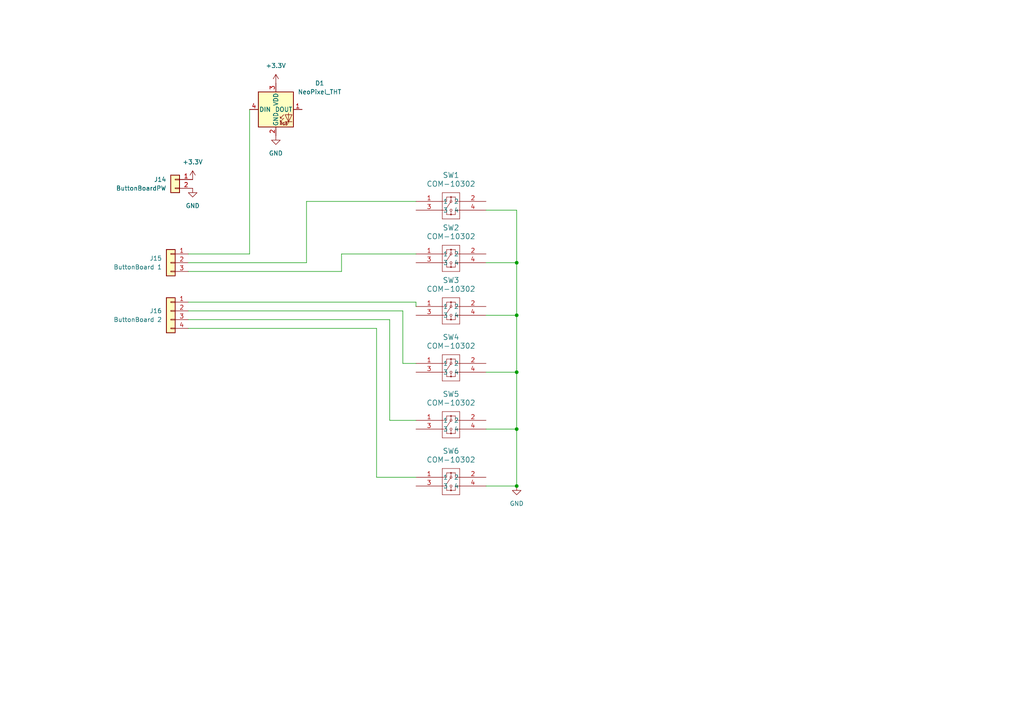
<source format=kicad_sch>
(kicad_sch (version 20230121) (generator eeschema)
  (paper "A4")
  (title_block (date "2023-11-02") (rev "V1.0") (company "EBIRP"))
  (lib_symbols
    (symbol "COM-10302:COM-10302" (pin_names (offset 0.254))
      (property "Reference" "SW6" (at 10.16 7.62 0))
      (property "Value" "COM-10302" (at 10.16 5.08 0))
      (symbol "COM-10302_0_1"
        (polyline (pts (xy 7.62 -5.08) (xy 12.7 -5.08)) (stroke (width 0.127)))
        (polyline (pts (xy 7.62 -2.54) (xy 8.89 -2.54)) (stroke (width 0.127)))
        (polyline (pts (xy 7.62 0) (xy 8.89 0)) (stroke (width 0.127)))
        (polyline (pts (xy 7.62 2.54) (xy 7.62 -5.08)) (stroke (width 0.127)))
        (polyline (pts (xy 8.89 -3.81) (xy 11.43 -3.81)) (stroke (width 0.127)))
        (polyline (pts (xy 8.89 -2.54) (xy 8.89 -3.81)) (stroke (width 0.127)))
        (polyline (pts (xy 8.89 0) (xy 8.89 1.27)) (stroke (width 0.127)))
        (polyline (pts (xy 8.89 1.27) (xy 11.43 1.27)) (stroke (width 0.127)))
        (polyline (pts (xy 10.16 -3.81) (xy 10.16 -2.8448)) (stroke (width 0.127)))
        (polyline (pts (xy 10.16 0) (xy 8.89 -1.905)) (stroke (width 0.127)))
        (polyline (pts (xy 10.16 1.27) (xy 10.16 0.3048)) (stroke (width 0.127)))
        (polyline (pts (xy 11.43 -3.81) (xy 11.43 -2.54)) (stroke (width 0.127)))
        (polyline (pts (xy 11.43 -2.54) (xy 12.7 -2.54)) (stroke (width 0.127)))
        (polyline (pts (xy 11.43 0) (xy 12.7 0)) (stroke (width 0.127)))
        (polyline (pts (xy 11.43 1.27) (xy 11.43 0)) (stroke (width 0.127)))
        (polyline (pts (xy 12.7 -5.08) (xy 12.7 2.54)) (stroke (width 0.127)))
        (polyline (pts (xy 12.7 2.54) (xy 7.62 2.54)) (stroke (width 0.127)))
        (circle (center 10.16 -3.81) (radius 0.127) (stroke (width 0.2032)))
        (circle (center 10.16 -2.54) (radius 0.3048) (stroke (width 0.127)))
        (circle (center 10.16 0) (radius 0.3048) (stroke (width 0.127)))
        (circle (center 10.16 1.27) (radius 0.127) (stroke (width 0.2032)))
        (pin unspecified line (at 0 0 0) (length 7.62) (name "1") (number "1"))
      )
      (symbol "COM-10302_1_1"
        (pin unspecified line (at 20.32 0 180) (length 7.62) (name "2") (number "2"))
        (pin unspecified line (at 0 -2.54 0) (length 7.62) (name "3") (number "3"))
        (pin unspecified line (at 20.32 -2.54 180) (length 7.62) (name "4") (number "4"))
      )
    )
    (symbol "COM-10302_1" (pin_names (offset 0.254))
      (property "Reference" "SW1" (at 10.16 7.62 0))
      (property "Value" "COM-10302" (at 10.16 5.08 0))
      (symbol "COM-10302_1_0_1"
        (polyline (pts (xy 7.62 -5.08) (xy 12.7 -5.08)) (stroke (width 0.127)))
        (polyline (pts (xy 7.62 -2.54) (xy 8.89 -2.54)) (stroke (width 0.127)))
        (polyline (pts (xy 7.62 0) (xy 8.89 0)) (stroke (width 0.127)))
        (polyline (pts (xy 7.62 2.54) (xy 7.62 -5.08)) (stroke (width 0.127)))
        (polyline (pts (xy 8.89 -3.81) (xy 11.43 -3.81)) (stroke (width 0.127)))
        (polyline (pts (xy 8.89 -2.54) (xy 8.89 -3.81)) (stroke (width 0.127)))
        (polyline (pts (xy 8.89 0) (xy 8.89 1.27)) (stroke (width 0.127)))
        (polyline (pts (xy 8.89 1.27) (xy 11.43 1.27)) (stroke (width 0.127)))
        (polyline (pts (xy 10.16 -3.81) (xy 10.16 -2.8448)) (stroke (width 0.127)))
        (polyline (pts (xy 10.16 0) (xy 8.89 -1.905)) (stroke (width 0.127)))
        (polyline (pts (xy 10.16 1.27) (xy 10.16 0.3048)) (stroke (width 0.127)))
        (polyline (pts (xy 11.43 -3.81) (xy 11.43 -2.54)) (stroke (width 0.127)))
        (polyline (pts (xy 11.43 -2.54) (xy 12.7 -2.54)) (stroke (width 0.127)))
        (polyline (pts (xy 11.43 0) (xy 12.7 0)) (stroke (width 0.127)))
        (polyline (pts (xy 11.43 1.27) (xy 11.43 0)) (stroke (width 0.127)))
        (polyline (pts (xy 12.7 -5.08) (xy 12.7 2.54)) (stroke (width 0.127)))
        (polyline (pts (xy 12.7 2.54) (xy 7.62 2.54)) (stroke (width 0.127)))
        (circle (center 10.16 -3.81) (radius 0.127) (stroke (width 0.2032)))
        (circle (center 10.16 -2.54) (radius 0.3048) (stroke (width 0.127)))
        (circle (center 10.16 0) (radius 0.3048) (stroke (width 0.127)))
        (circle (center 10.16 1.27) (radius 0.127) (stroke (width 0.2032)))
        (pin unspecified line (at 0 0 0) (length 7.62) (name "1") (number "1"))
      )
      (symbol "COM-10302_1_1_1"
        (pin unspecified line (at 20.32 0 180) (length 7.62) (name "2") (number "2"))
        (pin unspecified line (at 0 -2.54 0) (length 7.62) (name "3") (number "3"))
        (pin unspecified line (at 20.32 -2.54 180) (length 7.62) (name "4") (number "4"))
      )
    )
    (symbol "COM-10302_2" (pin_names (offset 0.254))
      (property "Reference" "SW2" (at 10.16 7.62 0))
      (property "Value" "COM-10302" (at 10.16 5.08 0))
      (symbol "COM-10302_2_0_1"
        (polyline (pts (xy 7.62 -5.08) (xy 12.7 -5.08)) (stroke (width 0.127)))
        (polyline (pts (xy 7.62 -2.54) (xy 8.89 -2.54)) (stroke (width 0.127)))
        (polyline (pts (xy 7.62 0) (xy 8.89 0)) (stroke (width 0.127)))
        (polyline (pts (xy 7.62 2.54) (xy 7.62 -5.08)) (stroke (width 0.127)))
        (polyline (pts (xy 8.89 -3.81) (xy 11.43 -3.81)) (stroke (width 0.127)))
        (polyline (pts (xy 8.89 -2.54) (xy 8.89 -3.81)) (stroke (width 0.127)))
        (polyline (pts (xy 8.89 0) (xy 8.89 1.27)) (stroke (width 0.127)))
        (polyline (pts (xy 8.89 1.27) (xy 11.43 1.27)) (stroke (width 0.127)))
        (polyline (pts (xy 10.16 -3.81) (xy 10.16 -2.8448)) (stroke (width 0.127)))
        (polyline (pts (xy 10.16 0) (xy 8.89 -1.905)) (stroke (width 0.127)))
        (polyline (pts (xy 10.16 1.27) (xy 10.16 0.3048)) (stroke (width 0.127)))
        (polyline (pts (xy 11.43 -3.81) (xy 11.43 -2.54)) (stroke (width 0.127)))
        (polyline (pts (xy 11.43 -2.54) (xy 12.7 -2.54)) (stroke (width 0.127)))
        (polyline (pts (xy 11.43 0) (xy 12.7 0)) (stroke (width 0.127)))
        (polyline (pts (xy 11.43 1.27) (xy 11.43 0)) (stroke (width 0.127)))
        (polyline (pts (xy 12.7 -5.08) (xy 12.7 2.54)) (stroke (width 0.127)))
        (polyline (pts (xy 12.7 2.54) (xy 7.62 2.54)) (stroke (width 0.127)))
        (circle (center 10.16 -3.81) (radius 0.127) (stroke (width 0.2032)))
        (circle (center 10.16 -2.54) (radius 0.3048) (stroke (width 0.127)))
        (circle (center 10.16 0) (radius 0.3048) (stroke (width 0.127)))
        (circle (center 10.16 1.27) (radius 0.127) (stroke (width 0.2032)))
        (pin unspecified line (at 0 0 0) (length 7.62) (name "1") (number "1"))
      )
      (symbol "COM-10302_2_1_1"
        (pin unspecified line (at 20.32 0 180) (length 7.62) (name "2") (number "2"))
        (pin unspecified line (at 0 -2.54 0) (length 7.62) (name "3") (number "3"))
        (pin unspecified line (at 20.32 -2.54 180) (length 7.62) (name "4") (number "4"))
      )
    )
    (symbol "COM-10302_3" (pin_names (offset 0.254))
      (property "Reference" "SW3" (at 10.16 7.62 0))
      (property "Value" "COM-10302" (at 10.16 5.08 0))
      (symbol "COM-10302_3_0_1"
        (polyline (pts (xy 7.62 -5.08) (xy 12.7 -5.08)) (stroke (width 0.127)))
        (polyline (pts (xy 7.62 -2.54) (xy 8.89 -2.54)) (stroke (width 0.127)))
        (polyline (pts (xy 7.62 0) (xy 8.89 0)) (stroke (width 0.127)))
        (polyline (pts (xy 7.62 2.54) (xy 7.62 -5.08)) (stroke (width 0.127)))
        (polyline (pts (xy 8.89 -3.81) (xy 11.43 -3.81)) (stroke (width 0.127)))
        (polyline (pts (xy 8.89 -2.54) (xy 8.89 -3.81)) (stroke (width 0.127)))
        (polyline (pts (xy 8.89 0) (xy 8.89 1.27)) (stroke (width 0.127)))
        (polyline (pts (xy 8.89 1.27) (xy 11.43 1.27)) (stroke (width 0.127)))
        (polyline (pts (xy 10.16 -3.81) (xy 10.16 -2.8448)) (stroke (width 0.127)))
        (polyline (pts (xy 10.16 0) (xy 8.89 -1.905)) (stroke (width 0.127)))
        (polyline (pts (xy 10.16 1.27) (xy 10.16 0.3048)) (stroke (width 0.127)))
        (polyline (pts (xy 11.43 -3.81) (xy 11.43 -2.54)) (stroke (width 0.127)))
        (polyline (pts (xy 11.43 -2.54) (xy 12.7 -2.54)) (stroke (width 0.127)))
        (polyline (pts (xy 11.43 0) (xy 12.7 0)) (stroke (width 0.127)))
        (polyline (pts (xy 11.43 1.27) (xy 11.43 0)) (stroke (width 0.127)))
        (polyline (pts (xy 12.7 -5.08) (xy 12.7 2.54)) (stroke (width 0.127)))
        (polyline (pts (xy 12.7 2.54) (xy 7.62 2.54)) (stroke (width 0.127)))
        (circle (center 10.16 -3.81) (radius 0.127) (stroke (width 0.2032)))
        (circle (center 10.16 -2.54) (radius 0.3048) (stroke (width 0.127)))
        (circle (center 10.16 0) (radius 0.3048) (stroke (width 0.127)))
        (circle (center 10.16 1.27) (radius 0.127) (stroke (width 0.2032)))
        (pin unspecified line (at 0 0 0) (length 7.62) (name "1") (number "1"))
      )
      (symbol "COM-10302_3_1_1"
        (pin unspecified line (at 20.32 0 180) (length 7.62) (name "2") (number "2"))
        (pin unspecified line (at 0 -2.54 0) (length 7.62) (name "3") (number "3"))
        (pin unspecified line (at 20.32 -2.54 180) (length 7.62) (name "4") (number "4"))
      )
    )
    (symbol "COM-10302_4" (pin_names (offset 0.254))
      (property "Reference" "SW4" (at 10.16 7.62 0))
      (property "Value" "COM-10302" (at 10.16 5.08 0))
      (symbol "COM-10302_4_0_1"
        (polyline (pts (xy 7.62 -5.08) (xy 12.7 -5.08)) (stroke (width 0.127)))
        (polyline (pts (xy 7.62 -2.54) (xy 8.89 -2.54)) (stroke (width 0.127)))
        (polyline (pts (xy 7.62 0) (xy 8.89 0)) (stroke (width 0.127)))
        (polyline (pts (xy 7.62 2.54) (xy 7.62 -5.08)) (stroke (width 0.127)))
        (polyline (pts (xy 8.89 -3.81) (xy 11.43 -3.81)) (stroke (width 0.127)))
        (polyline (pts (xy 8.89 -2.54) (xy 8.89 -3.81)) (stroke (width 0.127)))
        (polyline (pts (xy 8.89 0) (xy 8.89 1.27)) (stroke (width 0.127)))
        (polyline (pts (xy 8.89 1.27) (xy 11.43 1.27)) (stroke (width 0.127)))
        (polyline (pts (xy 10.16 -3.81) (xy 10.16 -2.8448)) (stroke (width 0.127)))
        (polyline (pts (xy 10.16 0) (xy 8.89 -1.905)) (stroke (width 0.127)))
        (polyline (pts (xy 10.16 1.27) (xy 10.16 0.3048)) (stroke (width 0.127)))
        (polyline (pts (xy 11.43 -3.81) (xy 11.43 -2.54)) (stroke (width 0.127)))
        (polyline (pts (xy 11.43 -2.54) (xy 12.7 -2.54)) (stroke (width 0.127)))
        (polyline (pts (xy 11.43 0) (xy 12.7 0)) (stroke (width 0.127)))
        (polyline (pts (xy 11.43 1.27) (xy 11.43 0)) (stroke (width 0.127)))
        (polyline (pts (xy 12.7 -5.08) (xy 12.7 2.54)) (stroke (width 0.127)))
        (polyline (pts (xy 12.7 2.54) (xy 7.62 2.54)) (stroke (width 0.127)))
        (circle (center 10.16 -3.81) (radius 0.127) (stroke (width 0.2032)))
        (circle (center 10.16 -2.54) (radius 0.3048) (stroke (width 0.127)))
        (circle (center 10.16 0) (radius 0.3048) (stroke (width 0.127)))
        (circle (center 10.16 1.27) (radius 0.127) (stroke (width 0.2032)))
        (pin unspecified line (at 0 0 0) (length 7.62) (name "1") (number "1"))
      )
      (symbol "COM-10302_4_1_1"
        (pin unspecified line (at 20.32 0 180) (length 7.62) (name "2") (number "2"))
        (pin unspecified line (at 0 -2.54 0) (length 7.62) (name "3") (number "3"))
        (pin unspecified line (at 20.32 -2.54 180) (length 7.62) (name "4") (number "4"))
      )
    )
    (symbol "COM-10302_5" (pin_names (offset 0.254))
      (property "Reference" "SW5" (at 10.16 7.62 0))
      (property "Value" "COM-10302" (at 10.16 5.08 0))
      (symbol "COM-10302_5_0_1"
        (polyline (pts (xy 7.62 -5.08) (xy 12.7 -5.08)) (stroke (width 0.127)))
        (polyline (pts (xy 7.62 -2.54) (xy 8.89 -2.54)) (stroke (width 0.127)))
        (polyline (pts (xy 7.62 0) (xy 8.89 0)) (stroke (width 0.127)))
        (polyline (pts (xy 7.62 2.54) (xy 7.62 -5.08)) (stroke (width 0.127)))
        (polyline (pts (xy 8.89 -3.81) (xy 11.43 -3.81)) (stroke (width 0.127)))
        (polyline (pts (xy 8.89 -2.54) (xy 8.89 -3.81)) (stroke (width 0.127)))
        (polyline (pts (xy 8.89 0) (xy 8.89 1.27)) (stroke (width 0.127)))
        (polyline (pts (xy 8.89 1.27) (xy 11.43 1.27)) (stroke (width 0.127)))
        (polyline (pts (xy 10.16 -3.81) (xy 10.16 -2.8448)) (stroke (width 0.127)))
        (polyline (pts (xy 10.16 0) (xy 8.89 -1.905)) (stroke (width 0.127)))
        (polyline (pts (xy 10.16 1.27) (xy 10.16 0.3048)) (stroke (width 0.127)))
        (polyline (pts (xy 11.43 -3.81) (xy 11.43 -2.54)) (stroke (width 0.127)))
        (polyline (pts (xy 11.43 -2.54) (xy 12.7 -2.54)) (stroke (width 0.127)))
        (polyline (pts (xy 11.43 0) (xy 12.7 0)) (stroke (width 0.127)))
        (polyline (pts (xy 11.43 1.27) (xy 11.43 0)) (stroke (width 0.127)))
        (polyline (pts (xy 12.7 -5.08) (xy 12.7 2.54)) (stroke (width 0.127)))
        (polyline (pts (xy 12.7 2.54) (xy 7.62 2.54)) (stroke (width 0.127)))
        (circle (center 10.16 -3.81) (radius 0.127) (stroke (width 0.2032)))
        (circle (center 10.16 -2.54) (radius 0.3048) (stroke (width 0.127)))
        (circle (center 10.16 0) (radius 0.3048) (stroke (width 0.127)))
        (circle (center 10.16 1.27) (radius 0.127) (stroke (width 0.2032)))
        (pin unspecified line (at 0 0 0) (length 7.62) (name "1") (number "1"))
      )
      (symbol "COM-10302_5_1_1"
        (pin unspecified line (at 20.32 0 180) (length 7.62) (name "2") (number "2"))
        (pin unspecified line (at 0 -2.54 0) (length 7.62) (name "3") (number "3"))
        (pin unspecified line (at 20.32 -2.54 180) (length 7.62) (name "4") (number "4"))
      )
    )
    (symbol "Connector_Generic:Conn_01x02" (pin_names (offset 1.016) hide)
      (property "Reference" "J" (at 0 2.54 0))
      (property "Value" "Conn_01x02" (at 0 -5.08 0))
      (symbol "Conn_01x02_1_1"
        (rectangle (start -1.27 -2.413) (end 0 -2.667) (stroke (width 0.1524)))
        (rectangle (start -1.27 0.127) (end 0 -0.127) (stroke (width 0.1524)))
        (rectangle (start -1.27 1.27) (end 1.27 -3.81) (stroke (width 0.254)) (fill (type background)))
        (pin passive line (at -5.08 0 0) (length 3.81) (name "Pin_1") (number "1"))
        (pin passive line (at -5.08 -2.54 0) (length 3.81) (name "Pin_2") (number "2"))
      )
    )
    (symbol "Connector_Generic:Conn_01x03" (pin_names (offset 1.016) hide)
      (property "Reference" "J" (at 0 5.08 0))
      (property "Value" "Conn_01x03" (at 0 -5.08 0))
      (symbol "Conn_01x03_1_1"
        (rectangle (start -1.27 -2.413) (end 0 -2.667) (stroke (width 0.1524)))
        (rectangle (start -1.27 0.127) (end 0 -0.127) (stroke (width 0.1524)))
        (rectangle (start -1.27 2.667) (end 0 2.413) (stroke (width 0.1524)))
        (rectangle (start -1.27 3.81) (end 1.27 -3.81) (stroke (width 0.254)) (fill (type background)))
        (pin passive line (at -5.08 2.54 0) (length 3.81) (name "Pin_1") (number "1"))
        (pin passive line (at -5.08 0 0) (length 3.81) (name "Pin_2") (number "2"))
        (pin passive line (at -5.08 -2.54 0) (length 3.81) (name "Pin_3") (number "3"))
      )
    )
    (symbol "Connector_Generic:Conn_01x04" (pin_names (offset 1.016) hide)
      (property "Reference" "J" (at 0 5.08 0))
      (property "Value" "Conn_01x04" (at 0 -7.62 0))
      (symbol "Conn_01x04_1_1"
        (rectangle (start -1.27 -4.953) (end 0 -5.207) (stroke (width 0.1524)))
        (rectangle (start -1.27 -2.413) (end 0 -2.667) (stroke (width 0.1524)))
        (rectangle (start -1.27 0.127) (end 0 -0.127) (stroke (width 0.1524)))
        (rectangle (start -1.27 2.667) (end 0 2.413) (stroke (width 0.1524)))
        (rectangle (start -1.27 3.81) (end 1.27 -6.35) (stroke (width 0.254)) (fill (type background)))
        (pin passive line (at -5.08 2.54 0) (length 3.81) (name "Pin_1") (number "1"))
        (pin passive line (at -5.08 0 0) (length 3.81) (name "Pin_2") (number "2"))
        (pin passive line (at -5.08 -2.54 0) (length 3.81) (name "Pin_3") (number "3"))
        (pin passive line (at -5.08 -5.08 0) (length 3.81) (name "Pin_4") (number "4"))
      )
    )
    (symbol "LED:NeoPixel_THT" (pin_names (offset 0.254))
      (property "Reference" "D" (at 5.08 5.715 0))
      (property "Value" "NeoPixel_THT" (at 1.27 -5.715 0))
      (symbol "NeoPixel_THT_0_0"
        (text "RGB" (at 2.286 -4.191 0) (effects (font (size 0.762 0.762))))
      )
      (symbol "NeoPixel_THT_0_1"
        (polyline (pts (xy 1.27 -3.556) (xy 1.778 -3.556)))
        (polyline (pts (xy 1.27 -2.54) (xy 1.778 -2.54)))
        (polyline (pts (xy 4.699 -3.556) (xy 2.667 -3.556)))
        (polyline (pts (xy 2.286 -2.54) (xy 1.27 -3.556) (xy 1.27 -3.048)))
        (polyline (pts (xy 2.286 -1.524) (xy 1.27 -2.54) (xy 1.27 -2.032)))
        (polyline (pts (xy 3.683 -1.016) (xy 3.683 -3.556) (xy 3.683 -4.064)))
        (polyline (pts (xy 4.699 -1.524) (xy 2.667 -1.524) (xy 3.683 -3.556) (xy 4.699 -1.524)))
        (rectangle (start 5.08 5.08) (end -5.08 -5.08) (stroke (width 0.254)) (fill (type background)))
      )
      (symbol "NeoPixel_THT_1_1"
        (pin output line (at 7.62 0 180) (length 2.54) (name "DOUT") (number "1"))
        (pin power_in line (at 0 -7.62 90) (length 2.54) (name "GND") (number "2"))
        (pin power_in line (at 0 7.62 270) (length 2.54) (name "VDD") (number "3"))
        (pin input line (at -7.62 0 0) (length 2.54) (name "DIN") (number "4"))
      )
    )
    (symbol "power:+3.3V" (power) (pin_names (offset 0))
      (property "Value" "+3.3V" (at 0 3.556 0))
      (symbol "+3.3V_0_1"
        (polyline (pts (xy -0.762 1.27) (xy 0 2.54)))
        (polyline (pts (xy 0 0) (xy 0 2.54)))
        (polyline (pts (xy 0 2.54) (xy 0.762 1.27)))
      )
      (symbol "+3.3V_1_1"
        (pin power_in line (at 0 0 90) (length 0) hide (name "+3.3V") (number "1"))
      )
    )
    (symbol "power:GND" (power) (pin_names (offset 0))
      (property "Value" "GND" (at 0 -3.81 0))
      (symbol "GND_0_1"
        (polyline (pts (xy 0 0) (xy 0 -1.27) (xy 1.27 -1.27) (xy 0 -2.54) (xy -1.27 -1.27) (xy 0 -1.27)))
      )
      (symbol "GND_1_1"
        (pin power_in line (at 0 0 270) (length 0) hide (name "GND") (number "1"))
      )
    )
  )
  (junction (at 149.86 76.2))
  (junction (at 149.86 124.46))
  (junction (at 149.86 107.95))
  (junction (at 149.86 91.44))
  (junction (at 149.86 140.97))
  (wire (pts (xy 149.86 76.2) (xy 149.86 91.44)))
  (wire (pts (xy 72.39 73.66) (xy 72.39 31.75)))
  (wire (pts (xy 113.03 92.71) (xy 113.03 121.92)))
  (wire (pts (xy 88.9 58.42) (xy 88.9 76.2)))
  (wire (pts (xy 149.86 60.96) (xy 149.86 76.2)))
  (wire (pts (xy 149.86 140.97) (xy 140.97 140.97)))
  (wire (pts (xy 54.61 87.63) (xy 120.65 87.63)))
  (wire (pts (xy 54.61 95.25) (xy 109.22 95.25)))
  (wire (pts (xy 116.84 105.41) (xy 120.65 105.41)))
  (wire (pts (xy 120.65 87.63) (xy 120.65 88.9)))
  (wire (pts (xy 149.86 124.46) (xy 149.86 140.97)))
  (wire (pts (xy 140.97 76.2) (xy 149.86 76.2)))
  (wire (pts (xy 140.97 91.44) (xy 149.86 91.44)))
  (wire (pts (xy 109.22 138.43) (xy 120.65 138.43)))
  (wire (pts (xy 140.97 107.95) (xy 149.86 107.95)))
  (wire (pts (xy 116.84 90.17) (xy 116.84 105.41)))
  (wire (pts (xy 99.06 73.66) (xy 120.65 73.66)))
  (wire (pts (xy 140.97 60.96) (xy 149.86 60.96)))
  (wire (pts (xy 99.06 78.74) (xy 99.06 73.66)))
  (wire (pts (xy 54.61 92.71) (xy 113.03 92.71)))
  (wire (pts (xy 54.61 73.66) (xy 72.39 73.66)))
  (wire (pts (xy 113.03 121.92) (xy 120.65 121.92)))
  (wire (pts (xy 109.22 95.25) (xy 109.22 138.43)))
  (wire (pts (xy 88.9 76.2) (xy 54.61 76.2)))
  (wire (pts (xy 140.97 124.46) (xy 149.86 124.46)))
  (wire (pts (xy 149.86 107.95) (xy 149.86 124.46)))
  (wire (pts (xy 120.65 58.42) (xy 88.9 58.42)))
  (wire (pts (xy 149.86 91.44) (xy 149.86 107.95)))
  (wire (pts (xy 54.61 90.17) (xy 116.84 90.17)))
  (wire (pts (xy 54.61 78.74) (xy 99.06 78.74)))
  (symbol (lib_id "Connector_Generic:Conn_01x02") (at 50.8 52.07 0) (mirror y) (unit 1)
    (property "Reference" "J14" (at 48.26 52.07 0) (effects (justify left)))
    (property "Value" "ButtonBoardPW" (at 48.26 54.61 0) (effects (justify left)))
  )
  (symbol (lib_name "COM-10302_4") (lib_id "COM-10302:COM-10302") (at 120.65 105.41 0) (unit 1)
    (property "Reference" "SW4" (at 130.81 97.79 0) (effects (font (size 1.524 1.524))))
    (property "Value" "COM-10302" (at 130.81 100.33 0) (effects (font (size 1.524 1.524))))
    (property "Footprint" "COM-10302_SPK" (effects hide))
    (property "Datasheet" "COM-10302" (effects hide))
  )
  (symbol (lib_id "power:GND") (at 149.86 140.97 0) (unit 1)
    (property "Reference" "#PWR036" (effects hide))
    (property "Value" "GND" (at 149.86 146.05 0))
  )
  (symbol (lib_id "Connector_Generic:Conn_01x04") (at 49.53 90.17 0) (mirror y) (unit 1)
    (property "Reference" "J16" (at 46.99 90.17 0) (effects (justify left)))
    (property "Value" "ButtonBoard 2" (at 46.99 92.71 0) (effects (justify left)))
  )
  (symbol (lib_id "power:GND") (at 80.01 39.37 0) (unit 1)
    (property "Reference" "#PWR034" (effects hide))
    (property "Value" "GND" (at 80.01 44.45 0))
  )
  (symbol (lib_id "LED:NeoPixel_THT") (at 80.01 31.75 0) (unit 1)
    (property "Reference" "D1" (at 92.71 24.13 0))
    (property "Value" "NeoPixel_THT" (at 92.71 26.67 0))
    (property "Datasheet" "https://www.adafruit.com/product/1938" (effects hide))
  )
  (symbol (lib_id "Connector_Generic:Conn_01x03") (at 49.53 76.2 0) (mirror y) (unit 1)
    (property "Reference" "J15" (at 46.99 74.93 0) (effects (justify left)))
    (property "Value" "ButtonBoard 1" (at 46.99 77.47 0) (effects (justify left)))
  )
  (symbol (lib_id "power:+3.3V") (at 55.88 52.07 0) (unit 1)
    (property "Reference" "#PWR032" (effects hide))
    (property "Value" "+3.3V" (at 55.88 46.99 0))
  )
  (symbol (lib_id "COM-10302:COM-10302") (at 120.65 138.43 0) (unit 1)
    (property "Reference" "SW6" (at 130.81 130.81 0) (effects (font (size 1.524 1.524))))
    (property "Value" "COM-10302" (at 130.81 133.35 0) (effects (font (size 1.524 1.524))))
    (property "Footprint" "COM-10302_SPK" (effects hide))
    (property "Datasheet" "COM-10302" (effects hide))
  )
  (symbol (lib_name "COM-10302_5") (lib_id "COM-10302:COM-10302") (at 120.65 121.92 0) (unit 1)
    (property "Reference" "SW5" (at 130.81 114.3 0) (effects (font (size 1.524 1.524))))
    (property "Value" "COM-10302" (at 130.81 116.84 0) (effects (font (size 1.524 1.524))))
    (property "Footprint" "COM-10302_SPK" (effects hide))
    (property "Datasheet" "COM-10302" (effects hide))
  )
  (symbol (lib_id "power:GND") (at 55.88 54.61 0) (unit 1)
    (property "Reference" "#PWR033" (effects hide))
    (property "Value" "GND" (at 55.88 59.69 0))
  )
  (symbol (lib_name "COM-10302_3") (lib_id "COM-10302:COM-10302") (at 120.65 88.9 0) (unit 1)
    (property "Reference" "SW3" (at 130.81 81.28 0) (effects (font (size 1.524 1.524))))
    (property "Value" "COM-10302" (at 130.81 83.82 0) (effects (font (size 1.524 1.524))))
    (property "Footprint" "COM-10302_SPK" (effects hide))
    (property "Datasheet" "COM-10302" (effects hide))
  )
  (symbol (lib_name "COM-10302_1") (lib_id "COM-10302:COM-10302") (at 120.65 58.42 0) (unit 1)
    (property "Reference" "SW1" (at 130.81 50.8 0) (effects (font (size 1.524 1.524))))
    (property "Value" "COM-10302" (at 130.81 53.34 0) (effects (font (size 1.524 1.524))))
    (property "Footprint" "COM-10302_SPK" (effects hide))
    (property "Datasheet" "COM-10302" (effects hide))
  )
  (symbol (lib_name "COM-10302_2") (lib_id "COM-10302:COM-10302") (at 120.65 73.66 0) (unit 1)
    (property "Reference" "SW2" (at 130.81 66.04 0) (effects (font (size 1.524 1.524))))
    (property "Value" "COM-10302" (at 130.81 68.58 0) (effects (font (size 1.524 1.524))))
    (property "Footprint" "COM-10302_SPK" (effects hide))
    (property "Datasheet" "COM-10302" (effects hide))
  )
  (symbol (lib_id "power:+3.3V") (at 80.01 24.13 0) (unit 1)
    (property "Reference" "#PWR035" (effects hide))
    (property "Value" "+3.3V" (at 80.01 19.05 0))
  )
)
</source>
